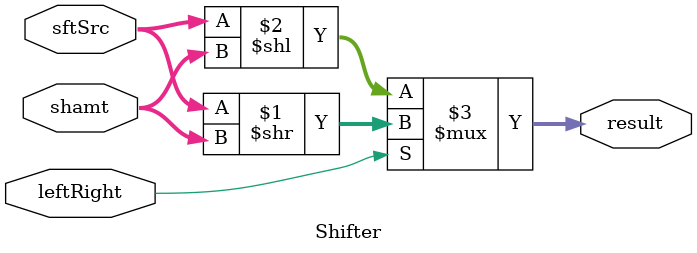
<source format=v>
module Shifter (
    leftRight,
    shamt,
    sftSrc,
    result
);

  //I/O ports
  input leftRight;
  input [5-1:0] shamt;
  input [32-1:0] sftSrc;

  output [32-1:0] result;

  //Internal Signals
  wire [32-1:0] result;

  //Main function
  /*your code here*/
  assign result = (leftRight) ? sftSrc >> shamt : sftSrc << shamt;

endmodule

</source>
